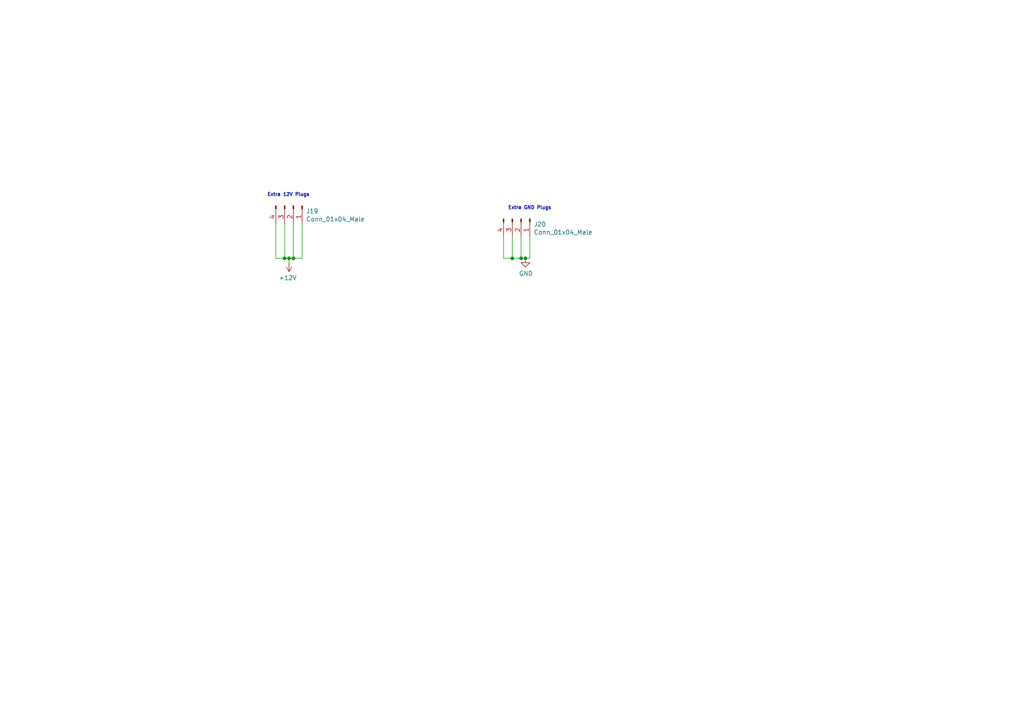
<source format=kicad_sch>
(kicad_sch (version 20230121) (generator eeschema)
  (paper "A4")
  (lib_symbols
    (symbol "Motherboard_2023-rescue:Conn_01x04_Male-Connector" (pin_names (offset 1.016) hide)
      (property "Reference" "J" (at 0 5.08 0))
      (property "Value" "Connector_Conn_01x04_Male" (at 0 -7.62 0))
      (symbol "Conn_01x04_Male-Connector_1_1"
        (polyline (pts (xy 1.27 -5.08) (xy 0.8636 -5.08)) (stroke (width 0.1524)))
        (polyline (pts (xy 1.27 -2.54) (xy 0.8636 -2.54)) (stroke (width 0.1524)))
        (polyline (pts (xy 1.27 0) (xy 0.8636 0)) (stroke (width 0.1524)))
        (polyline (pts (xy 1.27 2.54) (xy 0.8636 2.54)) (stroke (width 0.1524)))
        (rectangle (start 0.8636 -4.953) (end 0 -5.207) (stroke (width 0.1524)) (fill (type outline)))
        (rectangle (start 0.8636 -2.413) (end 0 -2.667) (stroke (width 0.1524)) (fill (type outline)))
        (rectangle (start 0.8636 0.127) (end 0 -0.127) (stroke (width 0.1524)) (fill (type outline)))
        (rectangle (start 0.8636 2.667) (end 0 2.413) (stroke (width 0.1524)) (fill (type outline)))
        (pin passive line (at 5.08 2.54 180) (length 3.81) (name "Pin_1") (number "1"))
        (pin passive line (at 5.08 0 180) (length 3.81) (name "Pin_2") (number "2"))
        (pin passive line (at 5.08 -2.54 180) (length 3.81) (name "Pin_3") (number "3"))
        (pin passive line (at 5.08 -5.08 180) (length 3.81) (name "Pin_4") (number "4"))
      )
    )
    (symbol "power:+12V" (power) (pin_names (offset 0))
      (property "Value" "+12V" (at 0 3.556 0))
      (symbol "+12V_0_1"
        (polyline (pts (xy -0.762 1.27) (xy 0 2.54)))
        (polyline (pts (xy 0 0) (xy 0 2.54)))
        (polyline (pts (xy 0 2.54) (xy 0.762 1.27)))
      )
      (symbol "+12V_1_1"
        (pin power_in line (at 0 0 90) (length 0) hide (name "+12V") (number "1"))
      )
    )
    (symbol "power:GND" (power) (pin_names (offset 0))
      (property "Value" "GND" (at 0 -3.81 0))
      (symbol "GND_0_1"
        (polyline (pts (xy 0 0) (xy 0 -1.27) (xy 1.27 -1.27) (xy 0 -2.54) (xy -1.27 -1.27) (xy 0 -1.27)))
      )
      (symbol "GND_1_1"
        (pin power_in line (at 0 0 270) (length 0) hide (name "GND") (number "1"))
      )
    )
  )
  (junction (at 83.82 74.93))
  (junction (at 151.13 74.93))
  (junction (at 148.59 74.93))
  (junction (at 82.55 74.93))
  (junction (at 85.09 74.93))
  (junction (at 152.4 74.93))
  (wire (pts (xy 151.13 74.93) (xy 152.4 74.93)))
  (wire (pts (xy 82.55 64.77) (xy 82.55 74.93)))
  (wire (pts (xy 148.59 68.58) (xy 148.59 74.93)))
  (wire (pts (xy 85.09 64.77) (xy 85.09 74.93)))
  (wire (pts (xy 80.01 64.77) (xy 80.01 74.93)))
  (wire (pts (xy 83.82 76.2) (xy 83.82 74.93)))
  (wire (pts (xy 152.4 74.93) (xy 153.67 74.93)))
  (wire (pts (xy 83.82 74.93) (xy 82.55 74.93)))
  (wire (pts (xy 85.09 74.93) (xy 87.63 74.93)))
  (wire (pts (xy 87.63 64.77) (xy 87.63 74.93)))
  (wire (pts (xy 82.55 74.93) (xy 80.01 74.93)))
  (wire (pts (xy 83.82 74.93) (xy 85.09 74.93)))
  (wire (pts (xy 151.13 68.58) (xy 151.13 74.93)))
  (wire (pts (xy 153.67 68.58) (xy 153.67 74.93)))
  (wire (pts (xy 148.59 74.93) (xy 151.13 74.93)))
  (wire (pts (xy 146.05 74.93) (xy 148.59 74.93)))
  (wire (pts (xy 146.05 68.58) (xy 146.05 74.93)))
  (text "Extra 12V Plugs\n" (at 77.47 57.15 0) (effects (font (size 0.9906 0.9906) (thickness 0.1981) bold) (justify left bottom)))
  (text "Extra GND Plugs\n" (at 147.32 60.96 0) (effects (font (size 0.9906 0.9906) (thickness 0.1981) bold) (justify left bottom)))
  (symbol (lib_id "power:+12V") (at 83.82 76.2 180) (unit 1)
    (property "Reference" "#PWR044" (effects hide))
    (property "Value" "+12V" (at 83.439 80.5942 0))
  )
  (symbol (lib_id "power:GND") (at 152.4 74.93 0) (unit 1)
    (property "Reference" "#PWR045" (effects hide))
    (property "Value" "GND" (at 152.527 79.3242 0))
  )
  (symbol (lib_id "Motherboard_2023-rescue:Conn_01x04_Male-Connector") (at 85.09 59.69 270) (unit 1)
    (property "Reference" "J19" (at 88.7476 61.2648 90) (effects (justify left)))
    (property "Value" "Conn_01x04_Male" (at 88.7476 63.5762 90) (effects (justify left)))
    (property "Footprint" "TerminalBlock_Phoenix:TerminalBlock_Phoenix_MKDS-3-4-5.08_1x04_P5.08mm_Horizontal" (effects hide))
  )
  (symbol (lib_id "Motherboard_2023-rescue:Conn_01x04_Male-Connector") (at 151.13 63.5 270) (unit 1)
    (property "Reference" "J20" (at 154.7876 65.0748 90) (effects (justify left)))
    (property "Value" "Conn_01x04_Male" (at 154.7876 67.3862 90) (effects (justify left)))
    (property "Footprint" "TerminalBlock_Phoenix:TerminalBlock_Phoenix_MKDS-3-4-5.08_1x04_P5.08mm_Horizontal" (effects hide))
  )
)
</source>
